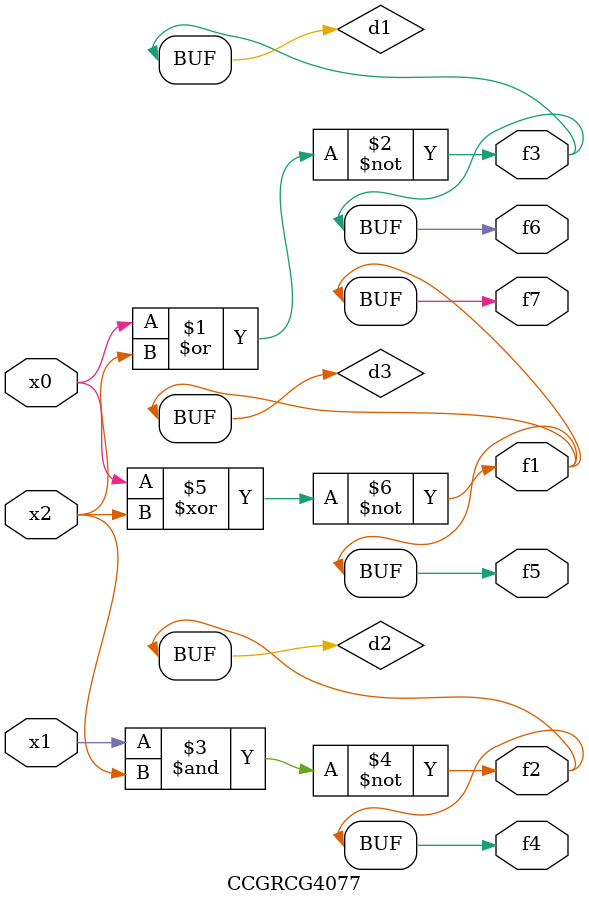
<source format=v>
module CCGRCG4077(
	input x0, x1, x2,
	output f1, f2, f3, f4, f5, f6, f7
);

	wire d1, d2, d3;

	nor (d1, x0, x2);
	nand (d2, x1, x2);
	xnor (d3, x0, x2);
	assign f1 = d3;
	assign f2 = d2;
	assign f3 = d1;
	assign f4 = d2;
	assign f5 = d3;
	assign f6 = d1;
	assign f7 = d3;
endmodule

</source>
